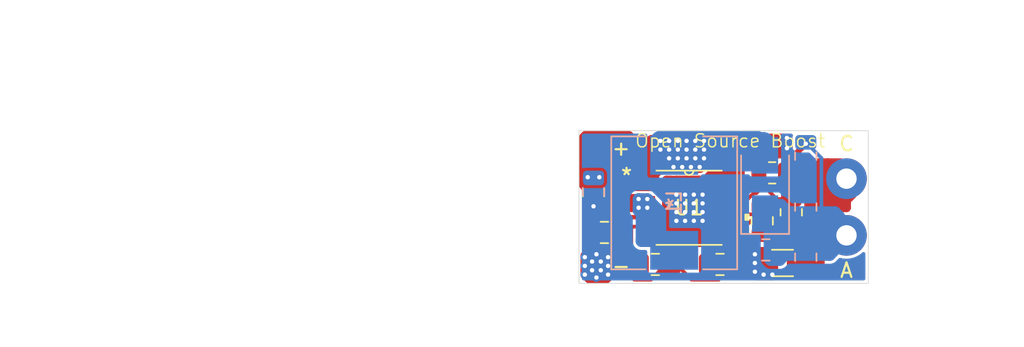
<source format=kicad_pcb>
(kicad_pcb (version 20211014) (generator pcbnew)
  (layers (0 "F.Cu" signal) (31 "B.Cu" signal) (34 "B.Paste" user) (35 "F.Paste" user) (36 "B.SilkS" user "B.Silkscreen") (37 "F.SilkS" user "F.Silkscreen") (38 "B.Mask" user) (39 "F.Mask" user) (44 "Edge.Cuts" user))
  (net 0 "")
  (net 1 "AGND")
  (net 2 "Net-(C1-Pad1)")
  (net 3 "Net-(C3-Pad1)")
  (net 4 "Net-(C4-Pad1)")
  (net 5 "Net-(C5-Pad1)")
  (net 6 "Net-(C6-Pad1)")
  (net 7 "SW")
  (net 8 "FB")
  (net 9 "Net-(R1-Pad2)")
  (net 10 "Net-(R4-Pad1)")
  (footprint "Resistor_SMD:R_0805_2012Metric" (layer "F.Cu") (at 176.4875 87.7 180)
    (fp_text reference "R1" hide)
    (fp_text value "120KΩ")
    (fp_line (start -0.227064 0.735) (end 0.227064 0.735) (layer "F.SilkS") (width 0.12))
    (fp_line (start -0.227064 -0.735) (end 0.227064 -0.735) (layer "F.SilkS") (width 0.12))
    (pad "1" smd roundrect locked (at -0.9125 0 180) (size 1.025 1.4) (layers "F.Cu" "F.Paste" "F.Mask") (roundrect_rratio 0.243902) (net 6 "Net-(C6-Pad1)"))
    (pad "2" smd roundrect locked (at 0.9125 0 180) (size 1.025 1.4) (layers "F.Cu" "F.Paste" "F.Mask") (roundrect_rratio 0.243902) (net 9 "Net-(R1-Pad2)"))
  )
  (footprint "Capacitor_SMD:C_0805_2012Metric" (layer "F.Cu") (at 164.2 89.05 -90)
    (fp_text reference "C1" hide)
    (fp_text value "10uF,16v 0805")
    (fp_line (start -0.261252 -0.735) (end 0.261252 -0.735) (layer "F.SilkS") (width 0.12))
    (fp_line (start -0.261252 0.735) (end 0.261252 0.735) (layer "F.SilkS") (width 0.12))
    (pad "1" smd roundrect locked (at -0.95 0 270) (size 1 1.45) (layers "F.Cu" "F.Paste" "F.Mask") (net 2 "Net-(C1-Pad1)"))
    (pad "2" smd roundrect locked (at 0.95 0 270) (size 1 1.45) (layers "F.Cu" "F.Paste" "F.Mask") (net 1 "AGND"))
  )
  (footprint "MountingHole:MountingHole_2.7mm_Pad" (layer "F.Cu") (at 181.6 88.1)
    (fp_text reference "C" (at 0 -2.4) (layer "F.SilkS"))
    (fp_text value "Output -/ Laser diode cathode")
    (pad "1" thru_hole circle (at 0 0) (size 2.8 2.8) (drill 1.4) (layers *.Cu *.Mask) (net 8 "FB"))
  )
  (footprint "Resistor_SMD:R_0805_2012Metric" (layer "F.Cu") (at 177.8 90.4125 -90)
    (fp_text reference "R2" hide)
    (fp_text value "20k,0805")
    (fp_line (start -0.227064 0.735) (end 0.227064 0.735) (layer "F.SilkS") (width 0.12))
    (fp_line (start -0.227064 -0.735) (end 0.227064 -0.735) (layer "F.SilkS") (width 0.12))
    (pad "1" smd roundrect locked (at -0.9125 0 270) (size 1.025 1.4) (layers "F.Cu" "F.Paste" "F.Mask") (roundrect_rratio 0.243902) (net 9 "Net-(R1-Pad2)"))
    (pad "2" smd roundrect locked (at 0.9125 0 270) (size 1.025 1.4) (layers "F.Cu" "F.Paste" "F.Mask") (roundrect_rratio 0.243902) (net 1 "AGND"))
  )
  (footprint "Capacitor_SMD:C_0805_2012Metric" (layer "F.Cu") (at 168.45 94)
    (fp_text reference "C4" hide)
    (fp_text value "1uF, 0805, 25v")
    (fp_line (start -0.261252 -0.735) (end 0.261252 -0.735) (layer "F.SilkS") (width 0.12))
    (fp_line (start -0.261252 0.735) (end 0.261252 0.735) (layer "F.SilkS") (width 0.12))
    (pad "1" smd roundrect locked (at -0.95 0) (size 1 1.45) (layers "F.Cu" "F.Paste" "F.Mask") (net 4 "Net-(C4-Pad1)"))
    (pad "2" smd roundrect locked (at 0.95 0) (size 1 1.45) (layers "F.Cu" "F.Paste" "F.Mask") (net 1 "AGND"))
  )
  (footprint "Capacitor_SMD:C_0805_2012Metric" (layer "F.Cu") (at 175.8 91 -90)
    (fp_text reference "R4" hide)
    (fp_text value "100k, 0805")
    (fp_line (start -0.261252 -0.735) (end 0.261252 -0.735) (layer "F.SilkS") (width 0.12))
    (fp_line (start -0.261252 0.735) (end 0.261252 0.735) (layer "F.SilkS") (width 0.12))
    (pad "1" smd roundrect locked (at -0.95 0 270) (size 1 1.45) (layers "F.Cu" "F.Paste" "F.Mask") (net 10 "Net-(R4-Pad1)"))
    (pad "2" smd roundrect locked (at 0.95 0 270) (size 1 1.45) (layers "F.Cu" "F.Paste" "F.Mask") (net 1 "AGND"))
  )
  (footprint "MountingHole:MountingHole_2.7mm_Pad" (layer "F.Cu") (at 164.4 86)
    (fp_text reference "+" (at 1.7 0) (layer "F.SilkS"))
    (fp_text value "1")
    (pad "1" smd roundrect (at 0 0) (size 2 2) (layers "F.Cu" "F.Paste" "F.Mask") (roundrect_rratio 0) (chamfer_ratio 0.2) (chamfer top_left top_right bottom_left bottom_right) (net 2 "Net-(C1-Pad1)"))
  )
  (footprint "MountingHole:MountingHole_2.7mm_Pad" (layer "F.Cu") (at 181.6 92)
    (fp_text reference "A" (at 0 2.4) (layer "F.SilkS"))
    (fp_text value "Output +/ Laser diode anode")
    (pad "1" thru_hole circle (at 0 0) (size 2.8 2.8) (drill 1.4) (layers *.Cu *.Mask) (net 6 "Net-(C6-Pad1)"))
  )
  (footprint "Capacitor_SMD:C_0805_2012Metric" (layer "F.Cu") (at 172.9 94)
    (fp_text reference "C5" hide)
    (fp_text value "470nF, 0805,16v")
    (fp_line (start -0.261252 0.735) (end 0.261252 0.735) (layer "F.SilkS") (width 0.12))
    (fp_line (start -0.261252 -0.735) (end 0.261252 -0.735) (layer "F.SilkS") (width 0.12))
    (pad "1" smd roundrect locked (at -0.95 0) (size 1 1.45) (layers "F.Cu" "F.Paste" "F.Mask") (net 5 "Net-(C5-Pad1)"))
    (pad "2" smd roundrect locked (at 0.95 0) (size 1 1.45) (layers "F.Cu" "F.Paste" "F.Mask") (net 1 "AGND"))
  )
  (footprint "MountingHole:MountingHole_2.7mm_Pad" (layer "F.Cu") (at 164.4 94.1)
    (fp_text reference "-" (at 1.7 0) (layer "F.SilkS"))
    (fp_text value "2")
    (pad "1" smd roundrect (at 0 0) (size 2 2) (layers "F.Cu" "F.Paste" "F.Mask") (roundrect_rratio 0) (chamfer_ratio 0.2) (chamfer top_left top_right bottom_left bottom_right) (net 1 "AGND"))
  )
  (footprint "Resistor_SMD:TPS61500PWP" (layer "F.Cu") (at 170.7718 90.099977)
    (fp_text reference "U1" (at 0 0) (layer "F.SilkS"))
    (fp_text value "TPS61500" hide)
    (fp_text user "*" (at -4.3 -2.2) (layer "F.SilkS"))
    (fp_poly (pts (xy 0.55 1.23) (xy 0.55 1.33) (xy 0.9 1.33) (xy 0.9 1.23)) (layer "F.Cu") (width 0.1) (fill solid))
    (fp_poly (pts (xy 0.55 -1.23) (xy 0.55 -1.33) (xy 0.9 -1.33) (xy 0.9 -1.23)) (layer "F.Cu") (width 0.1) (fill solid))
    (fp_poly (pts (xy -0.55 1.23) (xy -0.55 1.33) (xy -0.9 1.33) (xy -0.9 1.23)) (layer "F.Cu") (width 0.1) (fill solid))
    (fp_poly (pts (xy -0.55 -1.23) (xy -0.55 -1.33) (xy -0.9 -1.33) (xy -0.9 -1.23)) (layer "F.Cu") (width 0.1) (fill solid))
    (fp_line (start 2.2479 -2.5527) (end -2.2479 -2.5527) (layer "F.SilkS") (width 0.12))
    (fp_line (start -2.2479 2.5527) (end 2.2479 2.5527) (layer "F.SilkS") (width 0.12))
    (fp_arc (start 0.3048 -2.5527) (mid 0 -2.2479) (end -0.3048 -2.5527) (layer "F.SilkS") (width 0.12))
    (fp_poly (pts (xy 4.1148 0.459511) (xy 4.1148 0.840511) (xy 3.8608 0.840511) (xy 3.8608 0.459511)) (layer "F.SilkS") (width 0.1) (fill solid))
    (pad "1" smd rect (at -2.9718 -1.950034) (size 1.27 0.3048) (layers "F.Cu" "F.Paste" "F.Mask") (net 7 "SW"))
    (pad "2" smd rect (at -2.9718 -1.300023) (size 1.27 0.3048) (layers "F.Cu" "F.Paste" "F.Mask") (net 7 "SW"))
    (pad "3" smd rect (at -2.9718 -0.650011) (size 1.27 0.3048) (layers "F.Cu" "F.Paste" "F.Mask") (net 2 "Net-(C1-Pad1)"))
    (pad "4" smd rect (at -2.9718 0) (size 1.27 0.3048) (layers "F.Cu" "F.Paste" "F.Mask") (net 2 "Net-(C1-Pad1)"))
    (pad "5" smd rect (at -2.9718 0.650011) (size 1.27 0.3048) (layers "F.Cu" "F.Paste" "F.Mask") (net 3 "Net-(C3-Pad1)"))
    (pad "6" smd rect (at -2.9718 1.300023) (size 1.27 0.3048) (layers "F.Cu" "F.Paste" "F.Mask") (net 4 "Net-(C4-Pad1)"))
    (pad "7" smd rect (at -2.9718 1.950034) (size 1.27 0.3048) (layers "F.Cu" "F.Paste" "F.Mask") (net 1 "AGND"))
    (pad "8" smd rect (at 2.9718 1.950034) (size 1.27 0.3048) (layers "F.Cu" "F.Paste" "F.Mask") (net 5 "Net-(C5-Pad1)"))
    (pad "9" smd rect (at 2.9718 1.300023) (size 1.27 0.3048) (layers "F.Cu" "F.Paste" "F.Mask") (net 8 "FB"))
    (pad "10" smd rect (at 2.9718 0.650011) (size 1.27 0.3048) (layers "F.Cu" "F.Paste" "F.Mask") (net 10 "Net-(R4-Pad1)"))
    (pad "11" smd rect (at 2.9718 0) (size 1.27 0.3048) (layers "F.Cu" "F.Paste" "F.Mask") (net 9 "Net-(R1-Pad2)"))
    (pad "12" smd rect (at 2.9718 -0.650011) (size 1.27 0.3048) (layers "F.Cu" "F.Paste" "F.Mask") (net 1 "AGND"))
    (pad "13" smd rect (at 2.9718 -1.300023) (size 1.27 0.3048) (layers "F.Cu" "F.Paste" "F.Mask") (net 1 "AGND"))
    (pad "14" smd rect (at 2.9718 -1.950034) (size 1.27 0.3048) (layers "F.Cu" "F.Paste" "F.Mask") (net 1 "AGND"))
    (pad "15" smd rect (at 0 0) (size 2.31 2.46) (layers "F.Cu" "F.Paste" "F.Mask"))
  )
  (footprint "Capacitor_SMD:C_0805_2012Metric" (layer "F.Cu") (at 164.95 91.8)
    (fp_text reference "C3" hide)
    (fp_text value "22uF, 0805, 6.3v")
    (fp_line (start -0.261252 -0.735) (end 0.261252 -0.735) (layer "F.SilkS") (width 0.12))
    (fp_line (start -0.261252 0.735) (end 0.261252 0.735) (layer "F.SilkS") (width 0.12))
    (pad "1" smd roundrect locked (at -0.95 0) (size 1 1.45) (layers "F.Cu" "F.Paste" "F.Mask") (net 3 "Net-(C3-Pad1)"))
    (pad "2" smd roundrect locked (at 0.95 0) (size 1 1.45) (layers "F.Cu" "F.Paste" "F.Mask") (net 1 "AGND"))
  )
  (footprint "Resistor_SMD:R_1206_3216Metric" (layer "F.Cu") (at 177.2 93.9 180)
    (fp_text reference "R5" hide)
    (fp_text value "R_set")
    (fp_line (start -0.727064 -0.91) (end 0.727064 -0.91) (layer "F.SilkS") (width 0.12))
    (fp_line (start -0.727064 0.91) (end 0.727064 0.91) (layer "F.SilkS") (width 0.12))
    (pad "1" smd roundrect locked (at -1.4625 0 180) (size 1.125 1.75) (layers "F.Cu" "F.Paste" "F.Mask") (roundrect_rratio 0.222222) (net 8 "FB"))
    (pad "2" smd roundrect locked (at 1.4625 0 180) (size 1.125 1.75) (layers "F.Cu" "F.Paste" "F.Mask") (roundrect_rratio 0.222222) (net 1 "AGND"))
  )
  (footprint "Capacitor_SMD:C_0805_2012Metric" (layer "B.Cu") (at 178.8 86.55 -90)
    (fp_text reference "C7" hide)
    (fp_text value "10uF, 16v 0805")
    (fp_line (start -0.261252 0.735) (end 0.261252 0.735) (layer "B.SilkS") (width 0.12))
    (fp_line (start -0.261252 -0.735) (end 0.261252 -0.735) (layer "B.SilkS") (width 0.12))
    (pad "1" smd roundrect locked (at -0.95 0 270) (size 1 1.45) (layers "B.Cu" "B.Paste" "B.Mask") (net 6 "Net-(C6-Pad1)"))
    (pad "2" smd roundrect locked (at 0.95 0 270) (size 1 1.45) (layers "B.Cu" "B.Paste" "B.Mask") (net 1 "AGND"))
  )
  (footprint "Capacitor_SMD:C_0805_2012Metric" (layer "B.Cu") (at 176.05 93 180)
    (fp_text reference "C8" hide)
    (fp_text value "10uF, 16v 0805")
    (fp_line (start -0.261252 -0.735) (end 0.261252 -0.735) (layer "B.SilkS") (width 0.12))
    (fp_line (start -0.261252 0.735) (end 0.261252 0.735) (layer "B.SilkS") (width 0.12))
    (pad "1" smd roundrect locked (at -0.95 0 180) (size 1 1.45) (layers "B.Cu" "B.Paste" "B.Mask") (net 6 "Net-(C6-Pad1)"))
    (pad "2" smd roundrect locked (at 0.95 0 180) (size 1 1.45) (layers "B.Cu" "B.Paste" "B.Mask") (net 1 "AGND"))
  )
  (footprint "Resistor_SMD:ETQ-P5M220YFK" (layer "B.Cu") (at 169.75 89.7639 90)
    (fp_text reference "L1" (at 0 0 90) (layer "B.SilkS") (effects (justify mirror)))
    (fp_text value "15uH" hide)
    (fp_text user "*" (at 0 0 90) (layer "B.SilkS") (effects (justify mirror)))
    (fp_line (start 4.572 4.3307) (end -4.572 4.3307) (layer "B.SilkS") (width 0.12))
    (fp_line (start 4.572 -4.3307) (end 4.572 -1.98374) (layer "B.SilkS") (width 0.12))
    (fp_line (start -4.572 -1.98374) (end -4.572 -4.3307) (layer "B.SilkS") (width 0.12))
    (fp_line (start 4.572 1.98374) (end 4.572 4.3307) (layer "B.SilkS") (width 0.12))
    (fp_line (start -4.572 -4.3307) (end 4.572 -4.3307) (layer "B.SilkS") (width 0.12))
    (fp_line (start -4.572 4.3307) (end -4.572 1.98374) (layer "B.SilkS") (width 0.12))
    (pad "1" smd rect (at -3.2639 0) (size 3.302 2.667) (layers "B.Cu" "B.Paste" "B.Mask") (net 2 "Net-(C1-Pad1)"))
    (pad "2" smd rect (at 3.2639 0) (size 3.302 2.667) (layers "B.Cu" "B.Paste" "B.Mask") (net 7 "SW"))
  )
  (footprint "Diode_SMD:D_SMA" (layer "B.Cu") (at 176 88.5 90)
    (fp_text reference "D1" hide)
    (fp_text value "B360AE-13")
    (fp_line (start -3.4 -1.65) (end 2 -1.65) (layer "B.SilkS") (width 0.12))
    (fp_line (start -3.4 1.65) (end -3.4 -1.65) (layer "B.SilkS") (width 0.12))
    (fp_line (start -3.4 1.65) (end 2 1.65) (layer "B.SilkS") (width 0.12))
    (pad "1" smd rect locked (at -2 0 90) (size 2.5 1.8) (layers "B.Cu" "B.Paste" "B.Mask") (net 6 "Net-(C6-Pad1)"))
    (pad "2" smd rect locked (at 2 0 90) (size 2.5 1.8) (layers "B.Cu" "B.Paste" "B.Mask") (net 7 "SW"))
  )
  (footprint "Capacitor_SMD:C_0805_2012Metric" (layer "B.Cu") (at 164.2 89 -90)
    (fp_text reference "C2" hide)
    (fp_text value "10uF, 16v 0805")
    (fp_line (start -0.261252 0.735) (end 0.261252 0.735) (layer "B.SilkS") (width 0.12))
    (fp_line (start -0.261252 -0.735) (end 0.261252 -0.735) (layer "B.SilkS") (width 0.12))
    (pad "1" smd roundrect locked (at -0.95 0 270) (size 1 1.45) (layers "B.Cu" "B.Paste" "B.Mask") (net 2 "Net-(C1-Pad1)"))
    (pad "2" smd roundrect locked (at 0.95 0 270) (size 1 1.45) (layers "B.Cu" "B.Paste" "B.Mask") (net 1 "AGND"))
  )
  (footprint "Capacitor_SMD:C_0805_2012Metric" (layer "B.Cu") (at 178.8 90.05 90)
    (fp_text reference "C9" hide)
    (fp_text value "10uF, 16v 0805")
    (fp_line (start -0.261252 0.735) (end 0.261252 0.735) (layer "B.SilkS") (width 0.12))
    (fp_line (start -0.261252 -0.735) (end 0.261252 -0.735) (layer "B.SilkS") (width 0.12))
    (pad "1" smd roundrect locked (at -0.95 0 90) (size 1 1.45) (layers "B.Cu" "B.Paste" "B.Mask") (net 6 "Net-(C6-Pad1)"))
    (pad "2" smd roundrect locked (at 0.95 0 90) (size 1 1.45) (layers "B.Cu" "B.Paste" "B.Mask") (net 1 "AGND"))
  )
  (footprint "Capacitor_SMD:C_0805_2012Metric" (layer "B.Cu") (at 178.8 93.5 -90)
    (fp_text reference "C6" hide)
    (fp_text value "10uF, 16v 0805")
    (fp_line (start -0.261252 -0.735) (end 0.261252 -0.735) (layer "B.SilkS") (width 0.12))
    (fp_line (start -0.261252 0.735) (end 0.261252 0.735) (layer "B.SilkS") (width 0.12))
    (pad "1" smd roundrect locked (at -0.95 0 270) (size 1 1.45) (layers "B.Cu" "B.Paste" "B.Mask") (net 6 "Net-(C6-Pad1)"))
    (pad "2" smd roundrect locked (at 0.95 0 270) (size 1 1.45) (layers "B.Cu" "B.Paste" "B.Mask") (net 1 "AGND"))
  )
  (gr_rect (start 183.1 84.8) (end 163.2 95.3) (layer "Edge.Cuts") (width 0.05) (fill none))
  (gr_text "Open Source Boost\n" (at 173.6 85.5) (layer "F.SilkS") (effects (font (size 0.9 0.9) (thickness 0.1))))
  (segment (start 165.9 93.937493) (end 167.012027 95.04952) (width 0.25) (layer "F.Cu") (net 1))
  (segment (start 169.9 88.2) (end 169.6 88.5) (width 0.6) (layer "F.Cu") (net 1))
  (segment (start 170.2 88.6) (end 170 88.8) (width 0.6) (layer "F.Cu") (net 1))
  (segment (start 169.213534 88.19952) (end 169.213534 92.286466) (width 0.6) (layer "F.Cu") (net 1))
  (segment (start 171.8 91.6) (end 171.8 89.3) (width 0.6) (layer "F.Cu") (net 1))
  (segment (start 165.2 94.89048) (end 165.2 93.5) (width 0.6) (layer "F.Cu") (net 1))
  (segment (start 163.6 93.5) (end 163.6 94.7) (width 0.6) (layer "F.Cu") (net 1))
  (segment (start 173.65 85.95) (end 173 86.6) (width 0.6) (layer "F.Cu") (net 1))
  (segment (start 177.6 85.4) (end 177.6 85.91073) (width 0.6) (layer "F.Cu") (net 1))
  (segment (start 175.4 93.2) (end 175.3 93.3) (width 0.8) (layer "F.Cu") (net 1))
  (segment (start 171.5 88.2) (end 171.4 88.2) (width 0.6) (layer "F.Cu") (net 1))
  (segment (start 172.172113 88.2) (end 171.5 88.2) (width 0.6) (layer "F.Cu") (net 1))
  (segment (start 168.8 93.050011) (end 168.8 94.4) (width 0.4) (layer "F.Cu") (net 1))
  (segment (start 169.213534 88.2) (end 169.213534 88.7) (width 0.6) (layer "F.Cu") (net 1))
  (segment (start 176.5 94.7) (end 175.9 94.7) (width 0.8) (layer "F.Cu") (net 1))
  (segment (start 173.150057 88.149943) (end 172.609089 88.690911) (width 0.6) (layer "F.Cu") (net 1))
  (segment (start 171.4 88.2) (end 169.213534 88.2) (width 0.6) (layer "F.Cu") (net 1))
  (segment (start 175.2 94) (end 175.3 93.9) (width 0.25) (layer "F.Cu") (net 1))
  (segment (start 173.7 87.9) (end 173 87.9) (width 0.6) (layer "F.Cu") (net 1))
  (segment (start 174.994635 86.405365) (end 174.3 87.1) (width 0.6) (layer "F.Cu") (net 1))
  (segment (start 173.85 94) (end 175.2 94) (width 0.25) (layer "F.Cu") (net 1))
  (segment (start 173.981237 89.448066) (end 173 89.448066) (width 0.6) (layer "F.Cu") (net 1))
  (segment (start 163.6 93.4) (end 163.6 93.5) (width 0.6) (layer "F.Cu") (net 1))
  (segment (start 169.5 88.8) (end 169.5 88.19952) (width 0.6) (layer "F.Cu") (net 1))
  (segment (start 165.2 93.5) (end 164.8 93.1) (width 0.6) (layer "F.Cu") (net 1))
  (segment (start 172.609089 88.690911) (end 172.609089 87.763025) (width 0.6) (layer "F.Cu") (net 1))
  (segment (start 174.3 87.498032) (end 174.3 89.129303) (width 0.6) (layer "F.Cu") (net 1))
  (segment (start 168.9 94.5) (end 169.9 94.5) (width 0.4) (layer "F.Cu") (net 1))
  (segment (start 175.5 94.7) (end 175.3 94.5) (width 0.8) (layer "F.Cu") (net 1))
  (segment (start 169.2 92.3) (end 169.4 92.5) (width 0.6) (layer "F.Cu") (net 1))
  (segment (start 176.5 93.3) (end 176.4 93.2) (width 0.8) (layer "F.Cu") (net 1))
  (segment (start 173.9 85.8) (end 173.7 85.6) (width 0.6) (layer "F.Cu") (net 1))
  (segment (start 170 88.8) (end 170 91.6) (width 0.6) (layer "F.Cu") (net 1))
  (segment (start 169.5 88.19952) (end 169.213534 88.19952) (width 0.6) (layer "F.Cu") (net 1))
  (segment (start 165.1 94.99048) (end 165.2 94.89048) (width 0.6) (layer "F.Cu") (net 1))
  (segment (start 172.609089 87.763025) (end 172.172113 88.2) (width 0.6) (layer "F.Cu") (net 1))
  (segment (start 175.8 91.95) (end 175.223078 92.526922) (width 0.25) (layer "F.Cu") (net 1))
  (segment (start 173.49952 85.3) (end 177.5 85.3) (width 0.6) (layer "F.Cu") (net 1))
  (segment (start 173 87.9) (end 173.3 88.2) (width 0.6) (layer "F.Cu") (net 1))
  (segment (start 171.4 88.2) (end 169.9 88.2) (width 0.6) (layer "F.Cu") (net 1))
  (segment (start 172.609089 87.498032) (end 171.4 88.707121) (width 0.6) (layer "F.Cu") (net 1))
  (segment (start 167.012027 95.04952) (end 168.15048 95.04952) (width 0.25) (layer "F.Cu") (net 1))
  (segment (start 169.4 92.5) (end 172.6 92.5) (width 0.6) (layer "F.Cu") (net 1))
  (segment (start 174.473078 92.526922) (end 173.7 93.3) (width 0.25) (layer "F.Cu") (net 1))
  (segment (start 174.3 89.129303) (end 173.981237 89.448066) (width 0.6) (layer "F.Cu") (net 1))
  (segment (start 165.9 91.8) (end 165.9 93.937493) (width 0.25) (layer "F.Cu") (net 1))
  (segment (start 172.6 92.5) (end 172.609089 92.490911) (width 0.6) (layer "F.Cu") (net 1))
  (segment (start 171.4 88.707121) (end 171.4 89.5) (width 0.6) (layer "F.Cu") (net 1))
  (segment (start 170 94.4) (end 170 93.5) (width 0.4) (layer "F.Cu") (net 1))
  (segment (start 173.7436 88.799954) (end 173.7436 87.8564) (width 0.6) (layer "F.Cu") (net 1))
  (segment (start 168.8 94.4) (end 168.9 94.5) (width 0.4) (layer "F.Cu") (net 1))
  (segment (start 174.6 86.4) (end 173.627406 87.372594) (width 0.6) (layer "F.Cu") (net 1))
  (segment (start 170 91.6) (end 171.8 91.6) (width 0.6) (layer "F.Cu") (net 1))
  (segment (start 173.7 93.3) (end 173.7 93.4) (width 0.25) (layer "F.Cu") (net 1))
  (segment (start 173.7436 87.8564) (end 173.7 87.9) (width 0.6) (layer "F.Cu") (net 1))
  (segment (start 172.609089 92.490911) (end 172.609089 88.690911) (width 0.6) (layer "F.Cu") (net 1))
  (segment (start 174 85.8) (end 173.85 85.95) (width 0.6) (layer "F.Cu") (net 1))
  (segment (start 169.6 88.5) (end 169.6 92) (width 0.6) (layer "F.Cu") (net 1))
  (segment (start 174.9 85.8) (end 174.6 86.1) (width 0.6) (layer "F.Cu") (net 1))
  (segment (start 173 87) (end 173.4 87) (width 0.6) (layer "F.Cu") (net 1))
  (segment (start 172.69952 86.1) (end 173.49952 85.3) (width 0.6) (layer "F.Cu") (net 1))
  (segment (start 167.8 92.050011) (end 168.8 93.050011) (width 0.4) (layer "F.Cu") (net 1))
  (segment (start 172.2 92) (end 172.3 91.9) (width 0.6) (layer "F.Cu") (net 1))
  (segment (start 172.3 91.9) (end 172.3 88.6) (width 0.6) (layer "F.Cu") (net 1))
  (segment (start 177.2 85.8) (end 174.9 85.8) (width 0.6) (layer "F.Cu") (net 1))
  (segment (start 171.8 89.3) (end 171.7 89.2) (width 0.6) (layer "F.Cu") (net 1))
  (segment (start 164.8 93.1) (end 163.9 93.1) (width 0.6) (layer "F.Cu") (net 1))
  (segment (start 173.3 88.2) (end 173.3 88.6) (width 0.6) (layer "F.Cu") (net 1))
  (segment (start 173.2 89) (end 173 88.8) (width 0.6) (layer "F.Cu") (net 1))
  (segment (start 173.85 85.95) (end 173.65 85.95) (width 0.6) (layer "F.Cu") (net 1))
  (segment (start 177.8 91.325) (end 176.175 91.325) (width 0.25) (layer "F.Cu") (net 1))
  (segment (start 174.6 86.1) (end 174.6 86.4) (width 0.6) (layer "F.Cu") (net 1))
  (segment (start 169.9 89.2) (end 169.5 88.8) (width 0.6) (layer "F.Cu") (net 1))
  (segment (start 175.99952 94.28975) (end 175.99952 93.9) (width 0.8) (layer "F.Cu") (net 1))
  (segment (start 173 86.6) (end 173 87) (width 0.6) (layer "F.Cu") (net 1))
  (segment (start 174.3 87.1) (end 174.3 87.498032) (width 0.6) (layer "F.Cu") (net 1))
  (segment (start 173.4 87) (end 174.3 86.1) (width 0.6) (layer "F.Cu") (net 1))
  (segment (start 168.15048 95.04952) (end 168.8 94.4) (width 0.25) (layer "F.Cu") (net 1))
  (segment (start 172.80048 95.04952) (end 170.94952 95.04952) (width 0.25) (layer "F.Cu") (net 1))
  (segment (start 177.505365 86.005365) (end 177.105365 86.405365) (width 0.6) (layer "F.Cu") (net 1))
  (segment (start 171.7 89.2) (end 171.9 89) (width 0.6) (layer "F.Cu") (net 1))
  (segment (start 177.5 85.3) (end 177.6 85.4) (width 0.6) (layer "F.Cu") (net 1))
  (segment (start 175.3 93.3) (end 175.3 94.5) (width 0.8) (layer "F.Cu") (net 1))
  (segment (start 173.8 89) (end 173.2 89) (width 0.6) (layer "F.Cu") (net 1))
  (segment (start 163.6 94.7) (end 163.89048 94.99048) (width 0.6) (layer "F.Cu") (net 1))
  (segment (start 174 85.8) (end 173.9 85.8) (width 0.6) (layer "F.Cu") (net 1))
  (segment (start 171.5 88.2) (end 171.872114 88.2) (width 0.6) (layer "F.Cu") (net 1))
  (segment (start 175.223078 92.526922) (end 174.473078 92.526922) (width 0.25) (layer "F.Cu") (net 1))
  (segment (start 169.9 94.5) (end 170 94.4) (width 0.4) (layer "F.Cu") (net 1))
  (segment (start 169.213534 88.7) (end 170.713534 90.2) (width 0.6) (layer "F.Cu") (net 1))
  (segment (start 175.9 94.7) (end 175.5 94.7) (width 0.8) (layer "F.Cu") (net 1))
  (segment (start 175.58975 94.69952) (end 175.99952 94.28975) (width 0.8) (layer "F.Cu") (net 1))
  (segment (start 172.69952 87.372594) (end 172.69952 86.1) (width 0.6) (layer "F.Cu") (net 1))
  (segment (start 174.9 85.8) (end 174 85.8) (width 0.6) (layer "F.Cu") (net 1))
  (segment (start 163.89048 94.99048) (end 165.1 94.99048) (width 0.6) (layer "F.Cu") (net 1))
  (segment (start 170.713534 90.2) (end 170.9 90.2) (width 0.6) (layer "F.Cu") (net 1))
  (segment (start 177.105365 86.405365) (end 174.994635 86.405365) (width 0.6) (layer "F.Cu") (net 1))
  (segment (start 175.89952 94.69952) (end 175.58975 94.69952) (width 0.8) (layer "F.Cu") (net 1))
  (segment (start 170.94952 95.04952) (end 169.8 93.9) (width 0.25) (layer "F.Cu") (net 1))
  (segment (start 171.872114 88.2) (end 172.69952 87.372594) (width 0.6) (layer "F.Cu") (net 1))
  (segment (start 173 89.448066) (end 173 88.8) (width 0.6) (layer "F.Cu") (net 1))
  (segment (start 172.3 88.6) (end 170.2 88.6) (width 0.6) (layer "F.Cu") (net 1))
  (segment (start 173.85 94) (end 172.80048 95.04952) (width 0.25) (layer "F.Cu") (net 1))
  (segment (start 163.9 93.1) (end 163.6 93.4) (width 0.6) (layer "F.Cu") (net 1))
  (segment (start 176.5 94.7) (end 176.5 93.3) (width 0.8) (layer "F.Cu") (net 1))
  (segment (start 176.4 93.2) (end 175.4 93.2) (width 0.8) (layer "F.Cu") (net 1))
  (segment (start 176.9 86.1) (end 177.2 85.8) (width 0.6) (layer "F.Cu") (net 1))
  (segment (start 174.3 86.1) (end 176.9 86.1) (width 0.6) (layer "F.Cu") (net 1))
  (segment (start 169.213534 92.286466) (end 169.2 92.3) (width 0.6) (layer "F.Cu") (net 1))
  (segment (start 177.6 85.91073) (end 177.505365 86.005365) (width 0.6) (layer "F.Cu") (net 1))
  (segment (start 174.3 87.498032) (end 172.609089 87.498032) (width 0.6) (layer "F.Cu") (net 1))
  (segment (start 169.6 92) (end 172.2 92) (width 0.6) (layer "F.Cu") (net 1))
  (segment (start 173.7436 88.149943) (end 173.150057 88.149943) (width 0.6) (layer "F.Cu") (net 1))
  (segment (start 173.627406 87.372594) (end 172.69952 87.372594) (width 0.6) (layer "F.Cu") (net 1))
  (segment (start 176.175 91.325) (end 175.5 92) (width 0.25) (layer "F.Cu") (net 1))
  (segment (start 175.9 94.7) (end 175.89952 94.69952) (width 0.8) (layer "F.Cu") (net 1))
  (via (at 169.9 89.2) (size 0.6) (drill 0.3) (layers "F.Cu" "B.Cu") (net 1))
  (via (at 164.7 94.4) (size 0.6) (drill 0.3) (layers "F.Cu" "B.Cu") (net 1))
  (via (at 169.9 91) (size 0.6) (drill 0.3) (layers "F.Cu" "B.Cu") (net 1))
  (via (at 175.3 93.3) (size 0.6) (drill 0.3) (layers "F.Cu" "B.Cu") (net 1))
  (via (at 163.6 93.5) (size 0.6) (drill 0.3) (layers "F.Cu" "B.Cu") (net 1))
  (via (at 171.1 91) (size 0.6) (drill 0.3) (layers "F.Cu" "B.Cu") (net 1))
  (via (at 164.4 93.3) (size 0.6) (drill 0.3) (layers "F.Cu" "B.Cu") (net 1))
  (via (at 171.1 90.4) (size 0.6) (drill 0.3) (layers "F.Cu" "B.Cu") (net 1))
  (via (at 171.7 90.4) (size 0.6) (drill 0.3) (layers "F.Cu" "B.Cu") (net 1))
  (via (at 177.505365 86.005365) (size 0.6) (drill 0.3) (layers "F.Cu" "B.Cu") (net 1))
  (via (at 169.9 90.4) (size 0.6) (drill 0.3) (layers "F.Cu" "B.Cu") (net 1))
  (via (at 171.1 89.8) (size 0.6) (drill 0.3) (layers "F.Cu" "B.Cu") (net 1))
  (via (at 177.5 85.3) (size 0.6) (drill 0.3) (layers "F.Cu" "B.Cu") (net 1))
  (via (at 165.2 94.1) (size 0.6) (drill 0.3) (layers "F.Cu" "B.Cu") (net 1))
  (via (at 164.7 93.8) (size 0.6) (drill 0.3) (layers "F.Cu" "B.Cu") (net 1))
  (via (at 176.5 94.7) (size 0.6) (drill 0.3) (layers "F.Cu" "B.Cu") (net 1))
  (via (at 171.7 89.2) (size 0.6) (drill 0.3) (layers "F.Cu" "B.Cu") (net 1))
  (via (at 169.9 89.8) (size 0.6) (drill 0.3) (layers "F.Cu" "B.Cu") (net 1))
  (via (at 171.7 91) (size 0.6) (drill 0.3) (layers "F.Cu" "B.Cu") (net 1))
  (via (at 170.5 91) (size 0.6) (drill 0.3) (layers "F.Cu" "B.Cu") (net 1))
  (via (at 165.2 94.7) (size 0.6) (drill 0.3) (layers "F.Cu" "B.Cu") (net 1))
  (via (at 175.9 94.7) (size 0.6) (drill 0.3) (layers "F.Cu" "B.Cu") (net 1))
  (via (at 164.4 94.9) (size 0.6) (drill 0.3) (layers "F.Cu" "B.Cu") (net 1))
  (via (at 175.3 94.5) (size 0.6) (drill 0.3) (layers "F.Cu" "B.Cu") (net 1))
  (via (at 164.1 94.4) (size 0.6) (drill 0.3) (layers "F.Cu" "B.Cu") (net 1))
  (via (at 171.1 89.2) (size 0.6) (drill 0.3) (layers "F.Cu" "B.Cu") (net 1))
  (via (at 175.3 93.9) (size 0.6) (drill 0.3) (layers "F.Cu" "B.Cu") (net 1))
  (via (at 163.6 94.7) (size 0.6) (drill 0.3) (layers "F.Cu" "B.Cu") (net 1))
  (via (at 164.1 93.8) (size 0.6) (drill 0.3) (layers "F.Cu" "B.Cu") (net 1))
  (via (at 170.5 89.8) (size 0.6) (drill 0.3) (layers "F.Cu" "B.Cu") (net 1))
  (via (at 165.2 93.5) (size 0.6) (drill 0.3) (layers "F.Cu" "B.Cu") (net 1))
  (via (at 170.5 89.2) (size 0.6) (drill 0.3) (layers "F.Cu" "B.Cu") (net 1))
  (via (at 171.7 89.8) (size 0.6) (drill 0.3) (layers "F.Cu" "B.Cu") (net 1))
  (via (at 164.2 90) (size 0.6) (drill 0.3) (layers "F.Cu" "B.Cu") (net 1))
  (via (at 163.6 94.1) (size 0.6) (drill 0.3) (layers "F.Cu" "B.Cu") (net 1))
  (via (at 170.5 90.4) (size 0.6) (drill 0.3) (layers "F.Cu" "B.Cu") (net 1))
  (segment (start 165.599511 89.972591) (end 165.596142 89.97596) (width 0.8) (layer "F.Cu") (net 2))
  (segment (start 166.00048 89.158679) (end 166.00048 87.185986) (width 0.8) (layer "F.Cu") (net 2))
  (segment (start 166.585986 85.70048) (end 166.585986 85.214014) (width 0.8) (layer "F.Cu") (net 2))
  (segment (start 165.7 85.6) (end 165 86.3) (width 0.8) (layer "F.Cu") (net 2))
  (segment (start 166.00048 87.185986) (end 166.585986 86.60048) (width 0.8) (layer "F.Cu") (net 2))
  (segment (start 163.7 88.6) (end 163.727409 88.627409) (width 0.8) (layer "F.Cu") (net 2))
  (segment (start 163.60952 88.2) (end 163.7 88.2) (width 0.8) (layer "F.Cu") (net 2))
  (segment (start 164.9 88.2) (end 165.4 87.7) (width 0.8) (layer "F.Cu") (net 2))
  (segment (start 168.201923 90.198077) (end 168 90.198077) (width 0.4) (layer "F.Cu") (net 2))
  (segment (start 164.4 87.7) (end 164.2 87.9) (width 0.8) (layer "F.Cu") (net 2))
  (segment (start 165 86.3) (end 165 87.3) (width 0.8) (layer "F.Cu") (net 2))
  (segment (start 163.60952 85.29048) (end 163.60952 87.00952) (width 0.8) (layer "F.Cu") (net 2))
  (segment (start 163.7 88.2) (end 164.3 88.2) (width 0.8) (layer "F.Cu") (net 2))
  (segment (start 167.877883 89.97596) (end 167.9 89.998077) (width 0.8) (layer "F.Cu") (net 2))
  (segment (start 164.3 88.2) (end 164.9 88.2) (width 0.8) (layer "F.Cu") (net 2))
  (segment (start 166.1 86.1) (end 166.1 85.6) (width 0.8) (layer "F.Cu") (net 2))
  (segment (start 165.4 87.7) (end 165.4 87.9) (width 0.8) (layer "F.Cu") (net 2))
  (segment (start 165.4 86.8) (end 166.1 86.1) (width 0.8) (layer "F.Cu") (net 2))
  (segment (start 164.4 87.8) (end 166.5981 89.9981) (width 0.8) (layer "F.Cu") (net 2))
  (segment (start 165.4 87.7) (end 165.4 86.8) (width 0.8) (layer "F.Cu") (net 2))
  (segment (start 166.5981 89.9981) (end 167.9 89.9981) (width 0.8) (layer "F.Cu") (net 2))
  (segment (start 164.4 86) (end 164.4 87.7) (width 0.8) (layer "F.Cu") (net 2))
  (segment (start 164.9 88.700489) (end 165.072591 88.700489) (width 0.8) (layer "F.Cu") (net 2))
  (segment (start 168.3 90.1) (end 168.201923 90.198077) (width 0.4) (layer "F.Cu") (net 2))
  (segment (start 166.393689 89.551888) (end 167.348112 89.551888) (width 0.8) (layer "F.Cu") (net 2))
  (segment (start 164.4 86) (end 164.4 87.558199) (width 0.8) (layer "F.Cu") (net 2))
  (segment (start 163.69048 85.20952) (end 163.60952 85.29048) (width 0.8) (layer "F.Cu") (net 2))
  (segment (start 163.60952 87.00952) (end 163.727409 87.127409) (width 0.8) (layer "F.Cu") (net 2))
  (segment (start 163.60952 88.50952) (end 163.60952 88.2) (width 0.8) (layer "F.Cu") (net 2))
  (segment (start 166.585986 86.60048) (end 166.585986 85.70048) (width 0.8) (layer "F.Cu") (net 2))
  (segment (start 165.072591 88.700489) (end 165.599511 89.227409) (width 0.8) (layer "F.Cu") (net 2))
  (segment (start 164.4 87.558199) (end 166.393689 89.551888) (width 0.8) (layer "F.Cu") (net 2))
  (segment (start 168.3 89.6) (end 168.3 90.1) (width 0.4) (layer "F.Cu") (net 2))
  (segment (start 163.727409 88.627409) (end 163.800489 88.700489) (width 0.8) (layer "F.Cu") (net 2))
  (segment (start 165.599511 89.227409) (end 165.599511 89.972591) (width 0.8) (layer "F.Cu") (net 2))
  (segment (start 166.5 85.20952) (end 163.69048 85.20952) (width 0.8) (layer "F.Cu") (net 2))
  (segment (start 166.1 85.6) (end 165.7 85.6) (width 0.8) (layer "F.Cu") (net 2))
  (segment (start 163.60952 87.00952) (end 163.60952 88.2) (width 0.8) (layer "F.Cu") (net 2))
  (segment (start 164.78096 86.3) (end 165.3 86.3) (width 0.8) (layer "F.Cu") (net 2))
  (segment (start 163.800489 88.700489) (end 163.60952 88.50952) (width 0.8) (layer "F.Cu") (net 2))
  (segment (start 167.9 89.9981) (end 167.9 89.551888) (width 0.8) (layer "F.Cu") (net 2))
  (segment (start 165.4 87.9) (end 165.5 88) (width 0.8) (layer "F.Cu") (net 2))
  (segment (start 163.7 87.6) (end 163.7 88.6) (width 0.8) (layer "F.Cu") (net 2))
  (segment (start 166.393689 89.551888) (end 166.00048 89.158679) (width 0.8) (layer "F.Cu") (net 2))
  (segment (start 164.4 86) (end 164.4 87.8) (width 0.8) (layer "F.Cu") (net 2))
  (segment (start 163.727409 87.127409) (end 163.727409 88.627409) (width 0.8) (layer "F.Cu") (net 2))
  (segment (start 167.348112 89.551888) (end 167.8 89.551888) (width 0.8) (layer "F.Cu") (net 2))
  (segment (start 163.800489 88.700489) (end 164.9 88.700489) (width 0.8) (layer "F.Cu") (net 2))
  (segment (start 166.585986 85.214014) (end 166.581492 85.20952) (width 0.8) (layer "F.Cu") (net 2))
  (segment (start 165.596142 89.97596) (end 167.877883 89.97596) (width 0.8) (layer "F.Cu") (net 2))
  (segment (start 167.8 89.449966) (end 168.149966 89.449966) (width 0.4) (layer "F.Cu") (net 2))
  (segment (start 168.149966 89.449966) (end 168.3 89.6) (width 0.4) (layer "F.Cu") (net 2))
  (segment (start 166.581492 85.20952) (end 166.5 85.20952) (width 0.8) (layer "F.Cu") (net 2))
  (segment (start 163.69048 85.20952) (end 164.78096 86.3) (width 0.8) (layer "F.Cu") (net 2))
  (via (at 167.9 89.5) (size 0.6) (drill 0.3) (layers "F.Cu" "B.Cu") (net 2))
  (via (at 167.9 90.1) (size 0.6) (drill 0.3) (layers "F.Cu" "B.Cu") (net 2))
  (via (at 167.3 89.5) (size 0.6) (drill 0.3) (layers "F.Cu" "B.Cu") (net 2))
  (via (at 164.6 88) (size 0.6) (drill 0.3) (layers "F.Cu" "B.Cu") (net 2))
  (via (at 163.8 88) (size 0.6) (drill 0.3) (layers "F.Cu" "B.Cu") (net 2))
  (via (at 167.3 90.1) (size 0.6) (drill 0.3) (layers "F.Cu" "B.Cu") (net 2))
  (segment (start 167.3 90.1) (end 167.9 90.7) (width 0.8) (layer "B.Cu") (net 2))
  (segment (start 168.8 90.4) (end 168.8 92.4) (width 0.8) (layer "B.Cu") (net 2))
  (segment (start 167.3 89.5) (end 167.3 90.3) (width 0.8) (layer "B.Cu") (net 2))
  (segment (start 167.5 90.5) (end 167.9 90.1) (width 0.8) (layer "B.Cu") (net 2))
  (segment (start 168.3 91.6) (end 168.2 91.6) (width 0.8) (layer "B.Cu") (net 2))
  (segment (start 168.15 91.45) (end 168.3 91.6) (width 0.8) (layer "B.Cu") (net 2))
  (segment (start 168.2 91.6) (end 167.5 92.3) (width 0.8) (layer "B.Cu") (net 2))
  (segment (start 167.9 90.1) (end 167.9 91.2) (width 0.8) (layer "B.Cu") (net 2))
  (segment (start 167.5 92.4) (end 167.5 92.3) (width 0.8) (layer "B.Cu") (net 2))
  (segment (start 167.9 90.7) (end 168.3 90.7) (width 0.8) (layer "B.Cu") (net 2))
  (segment (start 167.9 89.5) (end 167.3 89.5) (width 0.8) (layer "B.Cu") (net 2))
  (segment (start 168.3 90.7) (end 168.3 91.3) (width 0.8) (layer "B.Cu") (net 2))
  (segment (start 168.8 92.4) (end 167.5 92.4) (width 0.8) (layer "B.Cu") (net 2))
  (segment (start 168.3 91.3) (end 168.15 91.45) (width 0.8) (layer "B.Cu") (net 2))
  (segment (start 167.5 92.3) (end 167.5 90.5) (width 0.8) (layer "B.Cu") (net 2))
  (segment (start 167.3 90.3) (end 167.5 90.5) (width 0.8) (layer "B.Cu") (net 2))
  (segment (start 167.9 89.5) (end 168.8 90.4) (width 0.8) (layer "B.Cu") (net 2))
  (segment (start 167.9 91.2) (end 168.15 91.45) (width 0.8) (layer "B.Cu") (net 2))
  (segment (start 166.398329 90.72548) (end 165.07452 90.72548) (width 0.3) (layer "F.Cu") (net 3))
  (segment (start 167.6282 90.750011) (end 166.42286 90.750011) (width 0.3) (layer "F.Cu") (net 3))
  (segment (start 164.3 91.5) (end 164 91.5) (width 0.3) (layer "F.Cu") (net 3))
  (segment (start 166.42286 90.750011) (end 166.398329 90.72548) (width 0.3) (layer "F.Cu") (net 3))
  (segment (start 165.07452 90.72548) (end 164.3 91.5) (width 0.3) (layer "F.Cu") (net 3))
  (segment (start 166.8 93.2) (end 167.4 93.8) (width 0.25) (layer "F.Cu") (net 4))
  (segment (start 166.8 91.515) (end 166.8 93.2) (width 0.25) (layer "F.Cu") (net 4))
  (segment (start 167.8 91.4) (end 166.915 91.4) (width 0.25) (layer "F.Cu") (net 4))
  (segment (start 166.915 91.4) (end 166.8 91.515) (width 0.25) (layer "F.Cu") (net 4))
  (segment (start 171.95 94) (end 172.1 94) (width 0.25) (layer "F.Cu") (net 5))
  (segment (start 173.7 92.5) (end 173.7 92.1) (width 0.25) (layer "F.Cu") (net 5))
  (segment (start 173.1 93) (end 173.2 93) (width 0.25) (layer "F.Cu") (net 5))
  (segment (start 172.1 94) (end 173.1 93) (width 0.25) (layer "F.Cu") (net 5))
  (segment (start 173.2 93) (end 173.7 92.5) (width 0.25) (layer "F.Cu") (net 5))
  (segment (start 177.4 87.7) (end 177.4 87.1) (width 0.4) (layer "F.Cu") (net 6))
  (segment (start 177.4 87.1) (end 178.8 85.7) (width 0.4) (layer "F.Cu") (net 6))
  (via (at 178.8 85.7) (size 0.6) (drill 0.3) (layers "F.Cu" "B.Cu") (net 6))
  (segment (start 179.8 90.5) (end 180.25 90.95) (width 0.8) (layer "B.Cu") (net 6))
  (segment (start 177.4 92.6) (end 177.3 92.5) (width 0.8) (layer "B.Cu") (net 6))
  (segment (start 181.4 92) (end 180.6 92) (width 0.8) (layer "B.Cu") (net 6))
  (segment (start 177.25 90.95) (end 177 91.2) (width 0.8) (layer "B.Cu") (net 6))
  (segment (start 178.8 85.6) (end 179.875489 86.675489) (width 0.25) (layer "B.Cu") (net 6))
  (segment (start 180.1 91.5) (end 177.2 91.5) (width 0.8) (layer "B.Cu") (net 6))
  (segment (start 177.34952 93.35048) (end 180.44952 93.35048) (width 0.8) (layer "B.Cu") (net 6))
  (segment (start 179.875489 90.424511) (end 179.8 90.5) (width 0.25) (layer "B.Cu") (net 6))
  (segment (start 180.6 92) (end 180.1 91.5) (width 0.8) (layer "B.Cu") (net 6))
  (segment (start 176.3 90.8) (end 176.3 93.6) (width 0.8) (layer "B.Cu") (net 6))
  (segment (start 177 91.2) (end 177 91.7) (width 0.8) (layer "B.Cu") (net 6))
  (segment (start 179.8 93) (end 180.7 92.1) (width 0.8) (layer "B.Cu") (net 6))
  (segment (start 177.6 90.4) (end 177.1 89.9) (width 0.8) (layer "B.Cu") (net 6))
  (segment (start 176 90.5) (end 176.3 90.8) (width 0.8) (layer "B.Cu") (net 6))
  (segment (start 177 91.7) (end 177.4 92.1) (width 0.8) (layer "B.Cu") (net 6))
  (segment (start 181.4 92) (end 181.3 92) (width 0.8) (layer "B.Cu") (net 6))
  (segment (start 180.44952 93.35048) (end 181.1 92.7) (width 0.8) (layer "B.Cu") (net 6))
  (segment (start 176.6 89.9) (end 176.3 90.2) (width 0.8) (layer "B.Cu") (net 6))
  (segment (start 177 91.7) (end 177 92.3) (width 0.8) (layer "B.Cu") (net 6))
  (segment (start 180.25 90.95) (end 180.5 91.2) (width 0.8) (layer "B.Cu") (net 6))
  (segment (start 176 90.5) (end 179.8 90.5) (width 0.8) (layer "B.Cu") (net 6))
  (segment (start 179.4 92.6) (end 177.4 92.6) (width 0.8) (layer "B.Cu") (net 6))
  (segment (start 181.4 92) (end 180 92) (width 0.8) (layer "B.Cu") (net 6))
  (segment (start 179.875489 86.675489) (end 179.875489 90.424511) (width 0.25) (layer "B.Cu") (net 6))
  (segment (start 180 92) (end 179.4 92.6) (width 0.8) (layer "B.Cu") (net 6))
  (segment (start 180.5 91.2) (end 180.8 91.2) (width 0.8) (layer "B.Cu") (net 6))
  (segment (start 177.1 89.9) (end 176.6 89.9) (width 0.8) (layer "B.Cu") (net 6))
  (segment (start 181.1 90.7) (end 180.8 90.4) (width 0.8) (layer "B.Cu") (net 6))
  (segment (start 177.2 91.5) (end 177 91.7) (width 0.8) (layer "B.Cu") (net 6))
  (segment (start 176.3 93.6) (end 176.4 93.7) (width 0.8) (layer "B.Cu") (net 6))
  (segment (start 177 93) (end 179.8 93) (width 0.8) (layer "B.Cu") (net 6))
  (segment (start 177.4 92.1) (end 180.4 92.1) (width 0.8) (layer "B.Cu") (net 6))
  (segment (start 180.8 90.4) (end 177.6 90.4) (width 0.8) (layer "B.Cu") (net 6))
  (segment (start 177 92.3) (end 177.1 92.4) (width 0.8) (layer "B.Cu") (net 6))
  (segment (start 176.4 93.7) (end 177 93.7) (width 0.8) (layer "B.Cu") (net 6))
  (segment (start 177 93.7) (end 177.34952 93.35048) (width 0.8) (layer "B.Cu") (net 6))
  (segment (start 181.3 92) (end 180.25 90.95) (width 0.8) (layer "B.Cu") (net 6))
  (segment (start 181.1 92.7) (end 181.1 90.7) (width 0.8) (layer "B.Cu") (net 6))
  (segment (start 180.25 90.95) (end 177.25 90.95) (width 0.8) (layer "B.Cu") (net 6))
  (segment (start 169.4 85.5) (end 170 85.5) (width 0.8) (layer "F.Cu") (net 7))
  (segment (start 170 85.5) (end 170.6 85.5) (width 0.8) (layer "F.Cu") (net 7))
  (segment (start 167.6282 88.149966) (end 167.911612 88.149966) (width 0.8) (layer "F.Cu") (net 7))
  (segment (start 171.5 86) (end 171.5 86.7) (width 0.8) (layer "F.Cu") (net 7))
  (segment (start 170.3 87.3) (end 169.7 87.3) (width 0.8) (layer "F.Cu") (net 7))
  (segment (start 171.2 85.5) (end 171.8 85.5) (width 0.8) (layer "F.Cu") (net 7))
  (segment (start 170.6 86.8) (end 168.6 86.8) (width 0.8) (layer "F.Cu") (net 7))
  (segment (start 168.314014 87.785986) (end 168.8 87.3) (width 0.8) (layer "F.Cu") (net 7))
  (segment (start 167.911612 88.149966) (end 168.314014 88.552368) (width 0.8) (layer "F.Cu") (net 7))
  (segment (start 168.1 86.6) (end 168.6 86.1) (width 0.8) (layer "F.Cu") (net 7))
  (segment (start 168.8 85.5) (end 169.4 85.5) (width 0.8) (layer "F.Cu") (net 7))
  (segment (start 171.8 85.7) (end 171.8 87) (width 0.8) (layer "F.Cu") (net 7))
  (segment (start 171.8 87) (end 171.5 87.3) (width 0.8) (layer "F.Cu") (net 7))
  (segment (start 168.314014 88.552368) (end 167 88.552368) (width 0.8) (layer "F.Cu") (net 7))
  (segment (start 171.5 86.7) (end 170.6 86.7) (width 0.8) (layer "F.Cu") (net 7))
  (segment (start 168.2 87.3) (end 168.1 87.2) (width 0.8) (layer "F.Cu") (net 7))
  (segment (start 170.6 86.7) (end 170 86.7) (width 0.8) (layer "F.Cu") (net 7))
  (segment (start 171.9 85.6) (end 171.8 85.7) (width 0.8) (layer "F.Cu") (net 7))
  (segment (start 171.2 86.2) (end 170.6 86.8) (width 0.8) (layer "F.Cu") (net 7))
  (segment (start 168.314014 88.552368) (end 168.314014 87.785986) (width 0.8) (layer "F.Cu") (net 7))
  (segment (start 168.6 86.1) (end 168.8 86.1) (width 0.8) (layer "F.Cu") (net 7))
  (segment (start 170.6 85.5) (end 171.2 85.5) (width 0.8) (layer "F.Cu") (net 7))
  (segment (start 169.7 87.3) (end 168.8 87.3) (width 0.8) (layer "F.Cu") (net 7))
  (segment (start 171.9 85.6) (end 171.5 86) (width 0.8) (layer "F.Cu") (net 7))
  (segment (start 171.1 86.1) (end 171.2 86.2) (width 0.8) (layer "F.Cu") (net 7))
  (segment (start 168.2 85.5) (end 168.8 85.5) (width 0.8) (layer "F.Cu") (net 7))
  (segment (start 170.6 86.1) (end 171.1 86.1) (width 0.8) (layer "F.Cu") (net 7))
  (segment (start 169.4 86.7) (end 169.3 86.7) (width 0.8) (layer "F.Cu") (net 7))
  (segment (start 167 88.552368) (end 167 87.6) (width 0.8) (layer "F.Cu") (net 7))
  (segment (start 168.1 87.2) (end 168.1 86.6) (width 0.8) (layer "F.Cu") (net 7))
  (segment (start 167.4 87.2) (end 168.1 87.2) (width 0.8) (layer "F.Cu") (net 7))
  (segment (start 168.8 86.1) (end 169.4 86.1) (width 0.8) (layer "F.Cu") (net 7))
  (segment (start 167.6282 86.0718) (end 168.2 85.5) (width 0.8) (layer "F.Cu") (net 7))
  (segment (start 171.5 87.3) (end 170.9 87.3) (width 0.8) (layer "F.Cu") (net 7))
  (segment (start 168.8 87.3) (end 168.2 87.3) (width 0.8) (layer "F.Cu") (net 7))
  (segment (start 167 87.6) (end 167.4 87.2) (width 0.8) (layer "F.Cu") (net 7))
  (segment (start 170.9 87.3) (end 170.3 87.3) (width 0.8) (layer "F.Cu") (net 7))
  (segment (start 171.8 85.5) (end 171.9 85.6) (width 0.8) (layer "F.Cu") (net 7))
  (segment (start 169.4 86.1) (end 170 86.1) (width 0.8) (layer "F.Cu") (net 7))
  (segment (start 170 86.7) (end 169.4 86.7) (width 0.8) (layer "F.Cu") (net 7))
  (segment (start 167.6282 88.149966) (end 167.6282 86.0718) (width 0.8) (layer "F.Cu") (net 7))
  (segment (start 170 86.1) (end 170.6 86.1) (width 0.8) (layer "F.Cu") (net 7))
  (segment (start 169.3 86.7) (end 167.9 88.1) (width 0.8) (layer "F.Cu") (net 7))
  (via (at 171.8 86.1) (size 0.6) (drill 0.3) (layers "F.Cu" "B.Cu") (net 7))
  (via (at 170 85.5) (size 0.6) (drill 0.3) (layers "F.Cu" "B.Cu") (net 7))
  (via (at 169.4 85.5) (size 0.6) (drill 0.3) (layers "F.Cu" "B.Cu") (net 7))
  (via (at 170 86.1) (size 0.6) (drill 0.3) (layers "F.Cu" "B.Cu") (net 7))
  (via (at 168.8 85.5) (size 0.6) (drill 0.3) (layers "F.Cu" "B.Cu") (net 7))
  (via (at 171.2 85.5) (size 0.6) (drill 0.3) (layers "F.Cu" "B.Cu") (net 7))
  (via (at 171.2 86.7) (size 0.6) (drill 0.3) (layers "F.Cu" "B.Cu") (net 7))
  (via (at 170.3 87.3) (size 0.6) (drill 0.3) (layers "F.Cu" "B.Cu") (net 7))
  (via (at 169.4 86.7) (size 0.6) (drill 0.3) (layers "F.Cu" "B.Cu") (net 7))
  (via (at 170.6 86.7) (size 0.6) (drill 0.3) (layers "F.Cu" "B.Cu") (net 7))
  (via (at 171.2 86.1) (size 0.6) (drill 0.3) (layers "F.Cu" "B.Cu") (net 7))
  (via (at 169.7 87.3) (size 0.6) (drill 0.3) (layers "F.Cu" "B.Cu") (net 7))
  (via (at 168.8 86.1) (size 0.6) (drill 0.3) (layers "F.Cu" "B.Cu") (net 7))
  (via (at 171.8 85.5) (size 0.6) (drill 0.3) (layers "F.Cu" "B.Cu") (net 7))
  (via (at 170.6 85.5) (size 0.6) (drill 0.3) (layers "F.Cu" "B.Cu") (net 7))
  (via (at 169.4 86.1) (size 0.6) (drill 0.3) (layers "F.Cu" "B.Cu") (net 7))
  (via (at 170 86.7) (size 0.6) (drill 0.3) (layers "F.Cu" "B.Cu") (net 7))
  (via (at 171.5 87.3) (size 0.6) (drill 0.3) (layers "F.Cu" "B.Cu") (net 7))
  (via (at 170.9 87.3) (size 0.6) (drill 0.3) (layers "F.Cu" "B.Cu") (net 7))
  (via (at 171.8 86.7) (size 0.6) (drill 0.3) (layers "F.Cu" "B.Cu") (net 7))
  (via (at 170.6 86.1) (size 0.6) (drill 0.3) (layers "F.Cu" "B.Cu") (net 7))
  (segment (start 176 86.5) (end 171.3 86.5) (width 1.4) (layer "B.Cu") (net 7))
  (segment (start 170.9 86.9) (end 175.6 86.9) (width 1.4) (layer "B.Cu") (net 7))
  (segment (start 175.40952 85.50952) (end 168.8 85.50952) (width 1.4) (layer "B.Cu") (net 7))
  (segment (start 175.6 86.9) (end 175.7 86.8) (width 1.4) (layer "B.Cu") (net 7))
  (segment (start 175.5 85.6) (end 175.40952 85.50952) (width 1.4) (layer "B.Cu") (net 7))
  (segment (start 168.8 86.4) (end 169.7 87.3) (width 0.8) (layer "B.Cu") (net 7))
  (segment (start 168.8 85.5) (end 168.8 86.4) (width 0.8) (layer "B.Cu") (net 7))
  (segment (start 171.3 86.5) (end 170.9 86.9) (width 1.4) (layer "B.Cu") (net 7))
  (segment (start 176 85.7) (end 175.9 85.6) (width 1.4) (layer "B.Cu") (net 7))
  (segment (start 176 86.5) (end 176 85.7) (width 1.4) (layer "B.Cu") (net 7))
  (segment (start 175.9 85.6) (end 175.5 85.6) (width 1.4) (layer "B.Cu") (net 7))
  (segment (start 181.4 88.1) (end 180.3 87) (width 0.6) (layer "F.Cu") (net 8))
  (segment (start 179.5 87.3) (end 179.4 87.4) (width 0.6) (layer "F.Cu") (net 8))
  (segment (start 180.8 89.9) (end 180.2 89.9) (width 0.6) (layer "F.Cu") (net 8))
  (segment (start 180.8 89.3) (end 180.8 89.2) (width 0.6) (layer "F.Cu") (net 8))
  (segment (start 179.5 94.7) (end 179.8 94.4) (width 0.6) (layer "F.Cu") (net 8))
  (segment (start 176.72548 90.87452) (end 177.19952 90.40048) (width 0.25) (layer "F.Cu") (net 8))
  (segment (start 180.2 88.9) (end 180.3 88.8) (width 0.6) (layer "F.Cu") (net 8))
  (segment (start 180.6 88.9) (end 180.6 89) (width 0.6) (layer "F.Cu") (net 8))
  (segment (start 175.775503 90.999017) (end 175.9 90.87452) (width 0.25) (layer "F.Cu") (net 8))
  (segment (start 179.3 87) (end 178.86154 87.43846) (width 0.6) (layer "F.Cu") (net 8))
  (segment (start 179.8 94.4) (end 179.8 93.5) (width 0.6) (layer "F.Cu") (net 8))
  (segment (start 179.4 93.7) (end 179.4 94.1) (width 0.6) (layer "F.Cu") (net 8))
  (segment (start 179.5 91.213685) (end 180.613196 90.100489) (width 0.6) (layer "F.Cu") (net 8))
  (segment (start 180.3 87) (end 181.2 87) (width 0.6) (layer "F.Cu") (net 8))
  (segment (start 179.8 90.3) (end 179.4 90.7) (width 0.6) (layer "F.Cu") (net 8))
  (segment (start 174.6286 91.4) (end 175.029583 90.999017) (width 0.25) (layer "F.Cu") (net 8))
  (segment (start 179.4 94.1) (end 179.2 94.3) (width 0.6) (layer "F.Cu") (net 8))
  (segment (start 181.6 88.1) (end 180.4 88.1) (width 0.6) (layer "F.Cu") (net 8))
  (segment (start 178.7 93) (end 178.2 93) (width 0.6) (layer "F.Cu") (net 8))
  (segment (start 173.7436 91.4) (end 174.6286 91.4) (width 0.25) (layer "F.Cu") (net 8))
  (segment (start 181.4 89.3) (end 180.8 89.9) (width 0.6) (layer "F.Cu") (net 8))
  (segment (start 179.8 93.5) (end 179.5 93.2) (width 0.6) (layer "F.Cu") (net 8))
  (segment (start 180.3 87) (end 179.3 87) (width 0.6) (layer "F.Cu") (net 8))
  (segment (start 181.6 90.100489) (end 181.6 89.1) (width 0.6) (layer "F.Cu") (net 8))
  (segment (start 178.86154 87.6) (end 178.99952 87.73798) (width 0.6) (layer "F.Cu") (net 8))
  (segment (start 178.2 93) (end 178.1 93.1) (width 0.6) (layer "F.Cu") (net 8))
  (segment (start 179.5 91.397481) (end 178.497481 92.4) (width 0.6) (layer "F.Cu") (net 8))
  (segment (start 181.6 89.6) (end 182 89.2) (width 0.6) (layer "F.Cu") (net 8))
  (segment (start 178.1 92.4) (end 177.8 92.7) (width 0.6) (layer "F.Cu") (net 8))
  (segment (start 179.8 87.3) (end 179.8 90.3) (width 0.6) (layer "F.Cu") (net 8))
  (segment (start 179.5 93.2) (end 179.5 91.213685) (width 0.6) (layer "F.Cu") (net 8))
  (segment (start 180.2 89.9) (end 180.8 89.3) (width 0.6) (layer "F.Cu") (net 8))
  (segment (start 175.9 90.87452) (end 176.72548 90.87452) (width 0.25) (layer "F.Cu") (net 8))
  (segment (start 177.8 92.7) (end 177.8 93.3) (width 0.6) (layer "F.Cu") (net 8))
  (segment (start 180.4 88.1) (end 180.1 88.4) (width 0.6) (layer "F.Cu") (net 8))
  (segment (start 179.4 87.4) (end 179.4 90.7) (width 0.6) (layer "F.Cu") (net 8))
  (segment (start 177.8 93.3) (end 177.8 94.4) (width 0.6) (layer "F.Cu") (net 8))
  (segment (start 181.6 90.100489) (end 181.6 88.3) (width 0.6) (layer "F.Cu") (net 8))
  (segment (start 178.1 93.1) (end 178.1 92.797481) (width 0.6) (layer "F.Cu") (net 8))
  (segment (start 178.99952 93.29952) (end 179.4 93.7) (width 0.6) (layer "F.Cu") (net 8))
  (segment (start 178.7 94) (end 178.7 93) (width 0.6) (layer "F.Cu") (net 8))
  (segment (start 177.8 93.3) (end 178 93.3) (width 0.6) (layer "F.Cu") (net 8))
  (segment (start 175.029583 90.999017) (end 175.775503 90.999017) (width 0.25) (layer "F.Cu") (net 8))
  (segment (start 178.497481 92.4) (end 178.1 92.4) (width 0.6) (layer "F.Cu") (net 8))
  (segment (start 181.6 90.100489) (end 181.6 89.6) (width 0.6) (layer "F.Cu") (net 8))
  (segment (start 178 93.3) (end 178.99952 92.30048) (width 0.6) (layer "F.Cu") (net 8))
  (segment (start 178.1 94.7) (end 179.5 94.7) (width 0.6) (layer "F.Cu") (net 8))
  (segment (start 179.10048 90.40048) (end 179.4 90.7) (width 0.25) (layer "F.Cu") (net 8))
  (segment (start 178.7 93.8) (end 178.7 93) (width 0.6) (layer "F.Cu") (net 8))
  (segment (start 180.1 88.4) (end 180.6 88.9) (width 0.6) (layer "F.Cu") (net 8))
  (segment (start 181.4 88.1) (end 181.4 89.3) (width 0.6) (layer "F.Cu") (net 8))
  (segment (start 178.86154 87.43846) (end 178.86154 87.6) (width 0.6) (layer "F.Cu") (net 8))
  (segment (start 180.2 89.9) (end 180.2 88.9) (width 0.6) (layer "F.Cu") (net 8))
  (segment (start 177.8 94.4) (end 178.1 94.7) (width 0.6) (layer "F.Cu") (net 8))
  (segment (start 178.99952 87.73798) (end 178.99952 92.30048) (width 0.6) (layer "F.Cu") (net 8))
  (segment (start 179.2 94.3) (end 178.7 93.8) (width 0.6) (layer "F.Cu") (net 8))
  (segment (start 177.19952 90.40048) (end 179.10048 90.40048) (width 0.25) (layer "F.Cu") (net 8))
  (segment (start 178.99952 92.30048) (end 178.99952 93.29952) (width 0.6) (layer "F.Cu") (net 8))
  (segment (start 180.613196 90.100489) (end 181.6 90.100489) (width 0.6) (layer "F.Cu") (net 8))
  (segment (start 178.1 92.797481) (end 178.497481 92.4) (width 0.6) (layer "F.Cu") (net 8))
  (segment (start 179.5 91.213685) (end 179.5 91.397481) (width 0.6) (layer "F.Cu") (net 8))
  (segment (start 181.6 89.1) (end 179.8 87.3) (width 0.6) (layer "F.Cu") (net 8))
  (segment (start 174.75048 89.978097) (end 174.75048 89.562027) (width 0.25) (layer "F.Cu") (net 9))
  (segment (start 176.8 89.5) (end 176.1 88.8) (width 0.25) (layer "F.Cu") (net 9))
  (segment (start 177.8 89.5) (end 176.8 89.5) (width 0.25) (layer "F.Cu") (net 9))
  (segment (start 174.75048 89.562027) (end 175.212507 89.1) (width 0.25) (layer "F.Cu") (net 9))
  (segment (start 175.7 88.8) (end 175.7 88.3) (width 0.25) (layer "F.Cu") (net 9))
  (segment (start 174.6286 90.099977) (end 174.75048 89.978097) (width 0.25) (layer "F.Cu") (net 9))
  (segment (start 175.212507 89.1) (end 175.4 89.1) (width 0.25) (layer "F.Cu") (net 9))
  (segment (start 175.4 89.1) (end 175.7 88.8) (width 0.25) (layer "F.Cu") (net 9))
  (segment (start 176.1 88.8) (end 175.7 88.8) (width 0.25) (layer "F.Cu") (net 9))
  (segment (start 173.7436 90.099977) (end 174.6286 90.099977) (width 0.25) (layer "F.Cu") (net 9))
  (segment (start 175.7 90.05) (end 175.200503 90.549497) (width 0.25) (layer "F.Cu") (net 10))
  (segment (start 174.550503 90.549497) (end 174.4 90.7) (width 0.25) (layer "F.Cu") (net 10))
  (segment (start 174.4 90.7) (end 174 90.7) (width 0.25) (layer "F.Cu") (net 10))
  (segment (start 175.200503 90.549497) (end 174.550503 90.549497) (width 0.25) (layer "F.Cu") (net 10))
  (zone (net 1) (net_name "AGND") (layer "B.Cu") (connect_pads yes (clearance 0.2)) (min_thickness 0.254) (fill yes (thermal_gap 0.508) (thermal_bridge_width 0.508))
    (polygon (pts (xy 183.1 95.3) (xy 163.2 95.3) (xy 163.2 84.8) (xy 183.1 84.8)))
  )
)
</source>
